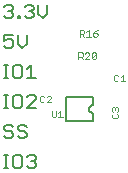
<source format=gtl>
G75*
%MOIN*%
%OFA0B0*%
%FSLAX25Y25*%
%IPPOS*%
%LPD*%
%AMOC8*
5,1,8,0,0,1.08239X$1,22.5*
%
%ADD10C,0.00500*%
%ADD11C,0.00200*%
D10*
X0030250Y0014550D02*
X0031751Y0014550D01*
X0031001Y0014550D02*
X0031001Y0019054D01*
X0031751Y0019054D02*
X0030250Y0019054D01*
X0033319Y0018303D02*
X0033319Y0015301D01*
X0034070Y0014550D01*
X0035571Y0014550D01*
X0036322Y0015301D01*
X0036322Y0018303D01*
X0035571Y0019054D01*
X0034070Y0019054D01*
X0033319Y0018303D01*
X0037923Y0018303D02*
X0038674Y0019054D01*
X0040175Y0019054D01*
X0040926Y0018303D01*
X0040926Y0017553D01*
X0040175Y0016802D01*
X0040926Y0016051D01*
X0040926Y0015301D01*
X0040175Y0014550D01*
X0038674Y0014550D01*
X0037923Y0015301D01*
X0039424Y0016802D02*
X0040175Y0016802D01*
X0037106Y0024550D02*
X0035605Y0024550D01*
X0034854Y0025301D01*
X0033253Y0025301D02*
X0033253Y0026051D01*
X0032502Y0026802D01*
X0031001Y0026802D01*
X0030250Y0027553D01*
X0030250Y0028303D01*
X0031001Y0029054D01*
X0032502Y0029054D01*
X0033253Y0028303D01*
X0034854Y0028303D02*
X0034854Y0027553D01*
X0035605Y0026802D01*
X0037106Y0026802D01*
X0037856Y0026051D01*
X0037856Y0025301D01*
X0037106Y0024550D01*
X0033253Y0025301D02*
X0032502Y0024550D01*
X0031001Y0024550D01*
X0030250Y0025301D01*
X0034854Y0028303D02*
X0035605Y0029054D01*
X0037106Y0029054D01*
X0037856Y0028303D01*
X0037923Y0034550D02*
X0040926Y0037553D01*
X0040926Y0038303D01*
X0040175Y0039054D01*
X0038674Y0039054D01*
X0037923Y0038303D01*
X0036322Y0038303D02*
X0035571Y0039054D01*
X0034070Y0039054D01*
X0033319Y0038303D01*
X0033319Y0035301D01*
X0034070Y0034550D01*
X0035571Y0034550D01*
X0036322Y0035301D01*
X0036322Y0038303D01*
X0037923Y0034550D02*
X0040926Y0034550D01*
X0031751Y0034550D02*
X0030250Y0034550D01*
X0031001Y0034550D02*
X0031001Y0039054D01*
X0031751Y0039054D02*
X0030250Y0039054D01*
X0030250Y0044550D02*
X0031751Y0044550D01*
X0031001Y0044550D02*
X0031001Y0049054D01*
X0031751Y0049054D02*
X0030250Y0049054D01*
X0033319Y0048303D02*
X0033319Y0045301D01*
X0034070Y0044550D01*
X0035571Y0044550D01*
X0036322Y0045301D01*
X0036322Y0048303D01*
X0035571Y0049054D01*
X0034070Y0049054D01*
X0033319Y0048303D01*
X0037923Y0047553D02*
X0039424Y0049054D01*
X0039424Y0044550D01*
X0037923Y0044550D02*
X0040926Y0044550D01*
X0051063Y0038237D02*
X0051063Y0030363D01*
X0059887Y0030363D01*
X0059887Y0033037D01*
X0059900Y0033050D02*
X0059831Y0033052D01*
X0059762Y0033058D01*
X0059694Y0033067D01*
X0059627Y0033080D01*
X0059560Y0033097D01*
X0059494Y0033118D01*
X0059430Y0033142D01*
X0059367Y0033170D01*
X0059305Y0033201D01*
X0059245Y0033235D01*
X0059188Y0033273D01*
X0059132Y0033314D01*
X0059079Y0033357D01*
X0059028Y0033404D01*
X0058980Y0033453D01*
X0058935Y0033505D01*
X0058893Y0033560D01*
X0058854Y0033616D01*
X0058817Y0033675D01*
X0058785Y0033736D01*
X0058755Y0033798D01*
X0058729Y0033862D01*
X0058707Y0033927D01*
X0058688Y0033993D01*
X0058673Y0034060D01*
X0058662Y0034128D01*
X0058654Y0034197D01*
X0058650Y0034266D01*
X0058650Y0034334D01*
X0058654Y0034403D01*
X0058662Y0034472D01*
X0058673Y0034540D01*
X0058688Y0034607D01*
X0058707Y0034673D01*
X0058729Y0034738D01*
X0058755Y0034802D01*
X0058785Y0034864D01*
X0058817Y0034925D01*
X0058854Y0034984D01*
X0058893Y0035040D01*
X0058935Y0035095D01*
X0058980Y0035147D01*
X0059028Y0035196D01*
X0059079Y0035243D01*
X0059132Y0035286D01*
X0059188Y0035327D01*
X0059245Y0035365D01*
X0059305Y0035399D01*
X0059367Y0035430D01*
X0059430Y0035458D01*
X0059494Y0035482D01*
X0059560Y0035503D01*
X0059627Y0035520D01*
X0059694Y0035533D01*
X0059762Y0035542D01*
X0059831Y0035548D01*
X0059900Y0035550D01*
X0059887Y0035550D02*
X0059887Y0038237D01*
X0051063Y0038237D01*
X0059837Y0030400D02*
X0059887Y0030363D01*
X0036355Y0054550D02*
X0037856Y0056051D01*
X0037856Y0059054D01*
X0034854Y0059054D02*
X0034854Y0056051D01*
X0036355Y0054550D01*
X0033253Y0055301D02*
X0033253Y0056802D01*
X0032502Y0057553D01*
X0031751Y0057553D01*
X0030250Y0056802D01*
X0030250Y0059054D01*
X0033253Y0059054D01*
X0033253Y0055301D02*
X0032502Y0054550D01*
X0031001Y0054550D01*
X0030250Y0055301D01*
X0031001Y0064550D02*
X0030250Y0065301D01*
X0031001Y0064550D02*
X0032502Y0064550D01*
X0033253Y0065301D01*
X0033253Y0066051D01*
X0032502Y0066802D01*
X0031751Y0066802D01*
X0032502Y0066802D02*
X0033253Y0067553D01*
X0033253Y0068303D01*
X0032502Y0069054D01*
X0031001Y0069054D01*
X0030250Y0068303D01*
X0034854Y0065301D02*
X0034854Y0064550D01*
X0035605Y0064550D01*
X0035605Y0065301D01*
X0034854Y0065301D01*
X0037156Y0065301D02*
X0037907Y0064550D01*
X0039408Y0064550D01*
X0040158Y0065301D01*
X0040158Y0066051D01*
X0039408Y0066802D01*
X0038657Y0066802D01*
X0039408Y0066802D02*
X0040158Y0067553D01*
X0040158Y0068303D01*
X0039408Y0069054D01*
X0037907Y0069054D01*
X0037156Y0068303D01*
X0041760Y0069054D02*
X0041760Y0066051D01*
X0043261Y0064550D01*
X0044762Y0066051D01*
X0044762Y0069054D01*
D11*
X0055600Y0060602D02*
X0056701Y0060602D01*
X0057068Y0060235D01*
X0057068Y0059501D01*
X0056701Y0059134D01*
X0055600Y0059134D01*
X0056334Y0059134D02*
X0057068Y0058400D01*
X0057810Y0058400D02*
X0059278Y0058400D01*
X0058544Y0058400D02*
X0058544Y0060602D01*
X0057810Y0059868D01*
X0060020Y0059501D02*
X0061121Y0059501D01*
X0061488Y0059134D01*
X0061488Y0058767D01*
X0061121Y0058400D01*
X0060387Y0058400D01*
X0060020Y0058767D01*
X0060020Y0059501D01*
X0060754Y0060235D01*
X0061488Y0060602D01*
X0055600Y0060602D02*
X0055600Y0058400D01*
X0055100Y0053102D02*
X0056201Y0053102D01*
X0056568Y0052735D01*
X0056568Y0052001D01*
X0056201Y0051634D01*
X0055100Y0051634D01*
X0055834Y0051634D02*
X0056568Y0050900D01*
X0057310Y0050900D02*
X0058778Y0052368D01*
X0058778Y0052735D01*
X0058411Y0053102D01*
X0057677Y0053102D01*
X0057310Y0052735D01*
X0059520Y0052735D02*
X0059887Y0053102D01*
X0060621Y0053102D01*
X0060988Y0052735D01*
X0059520Y0051267D01*
X0059887Y0050900D01*
X0060621Y0050900D01*
X0060988Y0051267D01*
X0060988Y0052735D01*
X0059520Y0052735D02*
X0059520Y0051267D01*
X0058778Y0050900D02*
X0057310Y0050900D01*
X0055100Y0050900D02*
X0055100Y0053102D01*
X0066950Y0045294D02*
X0066950Y0043826D01*
X0067317Y0043459D01*
X0068051Y0043459D01*
X0068418Y0043826D01*
X0069160Y0043459D02*
X0070628Y0043459D01*
X0069894Y0043459D02*
X0069894Y0045661D01*
X0069160Y0044927D01*
X0068418Y0045294D02*
X0068051Y0045661D01*
X0067317Y0045661D01*
X0066950Y0045294D01*
X0066891Y0034808D02*
X0066524Y0034808D01*
X0066157Y0034441D01*
X0066157Y0033707D01*
X0066524Y0033340D01*
X0066524Y0032598D02*
X0066157Y0032231D01*
X0066157Y0031497D01*
X0066524Y0031130D01*
X0067992Y0031130D01*
X0068359Y0031497D01*
X0068359Y0032231D01*
X0067992Y0032598D01*
X0067992Y0033340D02*
X0068359Y0033707D01*
X0068359Y0034441D01*
X0067992Y0034808D01*
X0067625Y0034808D01*
X0067258Y0034441D01*
X0067258Y0034074D01*
X0067258Y0034441D02*
X0066891Y0034808D01*
X0049858Y0031500D02*
X0048390Y0031500D01*
X0049124Y0031500D02*
X0049124Y0033702D01*
X0048390Y0032968D01*
X0047648Y0033702D02*
X0047648Y0031867D01*
X0047281Y0031500D01*
X0046547Y0031500D01*
X0046180Y0031867D01*
X0046180Y0033702D01*
X0046008Y0036441D02*
X0044540Y0036441D01*
X0046008Y0037909D01*
X0046008Y0038276D01*
X0045641Y0038643D01*
X0044907Y0038643D01*
X0044540Y0038276D01*
X0043798Y0038276D02*
X0043431Y0038643D01*
X0042697Y0038643D01*
X0042330Y0038276D01*
X0042330Y0036808D01*
X0042697Y0036441D01*
X0043431Y0036441D01*
X0043798Y0036808D01*
M02*

</source>
